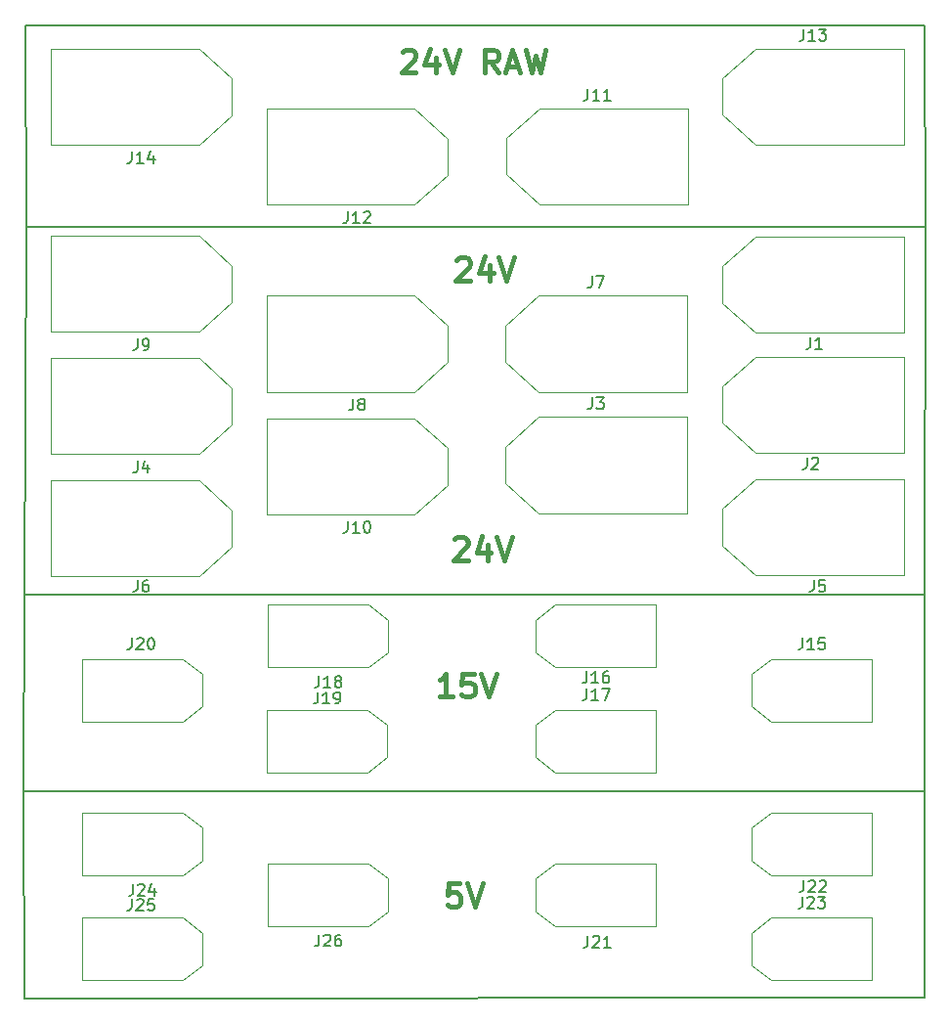
<source format=gbr>
%TF.GenerationSoftware,KiCad,Pcbnew,8.0.4*%
%TF.CreationDate,2024-08-03T01:15:00+02:00*%
%TF.ProjectId,terminal_block,7465726d-696e-4616-9c5f-626c6f636b2e,1*%
%TF.SameCoordinates,Original*%
%TF.FileFunction,Legend,Top*%
%TF.FilePolarity,Positive*%
%FSLAX46Y46*%
G04 Gerber Fmt 4.6, Leading zero omitted, Abs format (unit mm)*
G04 Created by KiCad (PCBNEW 8.0.4) date 2024-08-03 01:15:00*
%MOMM*%
%LPD*%
G01*
G04 APERTURE LIST*
%ADD10C,0.150000*%
%ADD11C,0.400000*%
%ADD12C,0.120000*%
G04 APERTURE END LIST*
D10*
X102100000Y-53700000D02*
X180000000Y-53700000D01*
X102150000Y-71200000D02*
X102100000Y-53700000D01*
X180000000Y-137900000D02*
X102000000Y-138000000D01*
X180000000Y-120000000D02*
X180000000Y-137900000D01*
X101900000Y-120000000D02*
X102000000Y-103000000D01*
X180050000Y-71200000D02*
X180000000Y-103000000D01*
X180000000Y-103000000D02*
X180000000Y-120000000D01*
X102000000Y-138000000D02*
X101900000Y-120000000D01*
X180000000Y-103000000D02*
X102000000Y-103000000D01*
X180000000Y-53700000D02*
X180050000Y-71200000D01*
X180000000Y-120000000D02*
X101900000Y-120000000D01*
X102000000Y-103000000D02*
X102150000Y-71200000D01*
X180050000Y-71200000D02*
X102150000Y-71200000D01*
D11*
X139086966Y-111834438D02*
X137944109Y-111834438D01*
X138515537Y-111834438D02*
X138515537Y-109834438D01*
X138515537Y-109834438D02*
X138325061Y-110120152D01*
X138325061Y-110120152D02*
X138134585Y-110310628D01*
X138134585Y-110310628D02*
X137944109Y-110405866D01*
X140896490Y-109834438D02*
X139944109Y-109834438D01*
X139944109Y-109834438D02*
X139848871Y-110786819D01*
X139848871Y-110786819D02*
X139944109Y-110691580D01*
X139944109Y-110691580D02*
X140134585Y-110596342D01*
X140134585Y-110596342D02*
X140610776Y-110596342D01*
X140610776Y-110596342D02*
X140801252Y-110691580D01*
X140801252Y-110691580D02*
X140896490Y-110786819D01*
X140896490Y-110786819D02*
X140991728Y-110977295D01*
X140991728Y-110977295D02*
X140991728Y-111453485D01*
X140991728Y-111453485D02*
X140896490Y-111643961D01*
X140896490Y-111643961D02*
X140801252Y-111739200D01*
X140801252Y-111739200D02*
X140610776Y-111834438D01*
X140610776Y-111834438D02*
X140134585Y-111834438D01*
X140134585Y-111834438D02*
X139944109Y-111739200D01*
X139944109Y-111739200D02*
X139848871Y-111643961D01*
X141563157Y-109834438D02*
X142229823Y-111834438D01*
X142229823Y-111834438D02*
X142896490Y-109834438D01*
X139691728Y-128034438D02*
X138739347Y-128034438D01*
X138739347Y-128034438D02*
X138644109Y-128986819D01*
X138644109Y-128986819D02*
X138739347Y-128891580D01*
X138739347Y-128891580D02*
X138929823Y-128796342D01*
X138929823Y-128796342D02*
X139406014Y-128796342D01*
X139406014Y-128796342D02*
X139596490Y-128891580D01*
X139596490Y-128891580D02*
X139691728Y-128986819D01*
X139691728Y-128986819D02*
X139786966Y-129177295D01*
X139786966Y-129177295D02*
X139786966Y-129653485D01*
X139786966Y-129653485D02*
X139691728Y-129843961D01*
X139691728Y-129843961D02*
X139596490Y-129939200D01*
X139596490Y-129939200D02*
X139406014Y-130034438D01*
X139406014Y-130034438D02*
X138929823Y-130034438D01*
X138929823Y-130034438D02*
X138739347Y-129939200D01*
X138739347Y-129939200D02*
X138644109Y-129843961D01*
X140358395Y-128034438D02*
X141025061Y-130034438D01*
X141025061Y-130034438D02*
X141691728Y-128034438D01*
X134744109Y-56024914D02*
X134839347Y-55929676D01*
X134839347Y-55929676D02*
X135029823Y-55834438D01*
X135029823Y-55834438D02*
X135506014Y-55834438D01*
X135506014Y-55834438D02*
X135696490Y-55929676D01*
X135696490Y-55929676D02*
X135791728Y-56024914D01*
X135791728Y-56024914D02*
X135886966Y-56215390D01*
X135886966Y-56215390D02*
X135886966Y-56405866D01*
X135886966Y-56405866D02*
X135791728Y-56691580D01*
X135791728Y-56691580D02*
X134648871Y-57834438D01*
X134648871Y-57834438D02*
X135886966Y-57834438D01*
X137601252Y-56501104D02*
X137601252Y-57834438D01*
X137125061Y-55739200D02*
X136648871Y-57167771D01*
X136648871Y-57167771D02*
X137886966Y-57167771D01*
X138363157Y-55834438D02*
X139029823Y-57834438D01*
X139029823Y-57834438D02*
X139696490Y-55834438D01*
X143029824Y-57834438D02*
X142363157Y-56882057D01*
X141886967Y-57834438D02*
X141886967Y-55834438D01*
X141886967Y-55834438D02*
X142648872Y-55834438D01*
X142648872Y-55834438D02*
X142839348Y-55929676D01*
X142839348Y-55929676D02*
X142934586Y-56024914D01*
X142934586Y-56024914D02*
X143029824Y-56215390D01*
X143029824Y-56215390D02*
X143029824Y-56501104D01*
X143029824Y-56501104D02*
X142934586Y-56691580D01*
X142934586Y-56691580D02*
X142839348Y-56786819D01*
X142839348Y-56786819D02*
X142648872Y-56882057D01*
X142648872Y-56882057D02*
X141886967Y-56882057D01*
X143791729Y-57263009D02*
X144744110Y-57263009D01*
X143601253Y-57834438D02*
X144267919Y-55834438D01*
X144267919Y-55834438D02*
X144934586Y-57834438D01*
X145410777Y-55834438D02*
X145886967Y-57834438D01*
X145886967Y-57834438D02*
X146267920Y-56405866D01*
X146267920Y-56405866D02*
X146648872Y-57834438D01*
X146648872Y-57834438D02*
X147125063Y-55834438D01*
X139244109Y-98224914D02*
X139339347Y-98129676D01*
X139339347Y-98129676D02*
X139529823Y-98034438D01*
X139529823Y-98034438D02*
X140006014Y-98034438D01*
X140006014Y-98034438D02*
X140196490Y-98129676D01*
X140196490Y-98129676D02*
X140291728Y-98224914D01*
X140291728Y-98224914D02*
X140386966Y-98415390D01*
X140386966Y-98415390D02*
X140386966Y-98605866D01*
X140386966Y-98605866D02*
X140291728Y-98891580D01*
X140291728Y-98891580D02*
X139148871Y-100034438D01*
X139148871Y-100034438D02*
X140386966Y-100034438D01*
X142101252Y-98701104D02*
X142101252Y-100034438D01*
X141625061Y-97939200D02*
X141148871Y-99367771D01*
X141148871Y-99367771D02*
X142386966Y-99367771D01*
X142863157Y-98034438D02*
X143529823Y-100034438D01*
X143529823Y-100034438D02*
X144196490Y-98034438D01*
X139444109Y-74024914D02*
X139539347Y-73929676D01*
X139539347Y-73929676D02*
X139729823Y-73834438D01*
X139729823Y-73834438D02*
X140206014Y-73834438D01*
X140206014Y-73834438D02*
X140396490Y-73929676D01*
X140396490Y-73929676D02*
X140491728Y-74024914D01*
X140491728Y-74024914D02*
X140586966Y-74215390D01*
X140586966Y-74215390D02*
X140586966Y-74405866D01*
X140586966Y-74405866D02*
X140491728Y-74691580D01*
X140491728Y-74691580D02*
X139348871Y-75834438D01*
X139348871Y-75834438D02*
X140586966Y-75834438D01*
X142301252Y-74501104D02*
X142301252Y-75834438D01*
X141825061Y-73739200D02*
X141348871Y-75167771D01*
X141348871Y-75167771D02*
X142586966Y-75167771D01*
X143063157Y-73834438D02*
X143729823Y-75834438D01*
X143729823Y-75834438D02*
X144396490Y-73834438D01*
D10*
X151166666Y-85954819D02*
X151166666Y-86669104D01*
X151166666Y-86669104D02*
X151119047Y-86811961D01*
X151119047Y-86811961D02*
X151023809Y-86907200D01*
X151023809Y-86907200D02*
X150880952Y-86954819D01*
X150880952Y-86954819D02*
X150785714Y-86954819D01*
X151547619Y-85954819D02*
X152166666Y-85954819D01*
X152166666Y-85954819D02*
X151833333Y-86335771D01*
X151833333Y-86335771D02*
X151976190Y-86335771D01*
X151976190Y-86335771D02*
X152071428Y-86383390D01*
X152071428Y-86383390D02*
X152119047Y-86431009D01*
X152119047Y-86431009D02*
X152166666Y-86526247D01*
X152166666Y-86526247D02*
X152166666Y-86764342D01*
X152166666Y-86764342D02*
X152119047Y-86859580D01*
X152119047Y-86859580D02*
X152071428Y-86907200D01*
X152071428Y-86907200D02*
X151976190Y-86954819D01*
X151976190Y-86954819D02*
X151690476Y-86954819D01*
X151690476Y-86954819D02*
X151595238Y-86907200D01*
X151595238Y-86907200D02*
X151547619Y-86859580D01*
X111766666Y-91454819D02*
X111766666Y-92169104D01*
X111766666Y-92169104D02*
X111719047Y-92311961D01*
X111719047Y-92311961D02*
X111623809Y-92407200D01*
X111623809Y-92407200D02*
X111480952Y-92454819D01*
X111480952Y-92454819D02*
X111385714Y-92454819D01*
X112671428Y-91788152D02*
X112671428Y-92454819D01*
X112433333Y-91407200D02*
X112195238Y-92121485D01*
X112195238Y-92121485D02*
X112814285Y-92121485D01*
X111290476Y-64654819D02*
X111290476Y-65369104D01*
X111290476Y-65369104D02*
X111242857Y-65511961D01*
X111242857Y-65511961D02*
X111147619Y-65607200D01*
X111147619Y-65607200D02*
X111004762Y-65654819D01*
X111004762Y-65654819D02*
X110909524Y-65654819D01*
X112290476Y-65654819D02*
X111719048Y-65654819D01*
X112004762Y-65654819D02*
X112004762Y-64654819D01*
X112004762Y-64654819D02*
X111909524Y-64797676D01*
X111909524Y-64797676D02*
X111814286Y-64892914D01*
X111814286Y-64892914D02*
X111719048Y-64940533D01*
X113147619Y-64988152D02*
X113147619Y-65654819D01*
X112909524Y-64607200D02*
X112671429Y-65321485D01*
X112671429Y-65321485D02*
X113290476Y-65321485D01*
X111390476Y-128054819D02*
X111390476Y-128769104D01*
X111390476Y-128769104D02*
X111342857Y-128911961D01*
X111342857Y-128911961D02*
X111247619Y-129007200D01*
X111247619Y-129007200D02*
X111104762Y-129054819D01*
X111104762Y-129054819D02*
X111009524Y-129054819D01*
X111819048Y-128150057D02*
X111866667Y-128102438D01*
X111866667Y-128102438D02*
X111961905Y-128054819D01*
X111961905Y-128054819D02*
X112200000Y-128054819D01*
X112200000Y-128054819D02*
X112295238Y-128102438D01*
X112295238Y-128102438D02*
X112342857Y-128150057D01*
X112342857Y-128150057D02*
X112390476Y-128245295D01*
X112390476Y-128245295D02*
X112390476Y-128340533D01*
X112390476Y-128340533D02*
X112342857Y-128483390D01*
X112342857Y-128483390D02*
X111771429Y-129054819D01*
X111771429Y-129054819D02*
X112390476Y-129054819D01*
X113247619Y-128388152D02*
X113247619Y-129054819D01*
X113009524Y-128007200D02*
X112771429Y-128721485D01*
X112771429Y-128721485D02*
X113390476Y-128721485D01*
X169490476Y-54054819D02*
X169490476Y-54769104D01*
X169490476Y-54769104D02*
X169442857Y-54911961D01*
X169442857Y-54911961D02*
X169347619Y-55007200D01*
X169347619Y-55007200D02*
X169204762Y-55054819D01*
X169204762Y-55054819D02*
X169109524Y-55054819D01*
X170490476Y-55054819D02*
X169919048Y-55054819D01*
X170204762Y-55054819D02*
X170204762Y-54054819D01*
X170204762Y-54054819D02*
X170109524Y-54197676D01*
X170109524Y-54197676D02*
X170014286Y-54292914D01*
X170014286Y-54292914D02*
X169919048Y-54340533D01*
X170823810Y-54054819D02*
X171442857Y-54054819D01*
X171442857Y-54054819D02*
X171109524Y-54435771D01*
X171109524Y-54435771D02*
X171252381Y-54435771D01*
X171252381Y-54435771D02*
X171347619Y-54483390D01*
X171347619Y-54483390D02*
X171395238Y-54531009D01*
X171395238Y-54531009D02*
X171442857Y-54626247D01*
X171442857Y-54626247D02*
X171442857Y-54864342D01*
X171442857Y-54864342D02*
X171395238Y-54959580D01*
X171395238Y-54959580D02*
X171347619Y-55007200D01*
X171347619Y-55007200D02*
X171252381Y-55054819D01*
X171252381Y-55054819D02*
X170966667Y-55054819D01*
X170966667Y-55054819D02*
X170871429Y-55007200D01*
X170871429Y-55007200D02*
X170823810Y-54959580D01*
X169390476Y-106754819D02*
X169390476Y-107469104D01*
X169390476Y-107469104D02*
X169342857Y-107611961D01*
X169342857Y-107611961D02*
X169247619Y-107707200D01*
X169247619Y-107707200D02*
X169104762Y-107754819D01*
X169104762Y-107754819D02*
X169009524Y-107754819D01*
X170390476Y-107754819D02*
X169819048Y-107754819D01*
X170104762Y-107754819D02*
X170104762Y-106754819D01*
X170104762Y-106754819D02*
X170009524Y-106897676D01*
X170009524Y-106897676D02*
X169914286Y-106992914D01*
X169914286Y-106992914D02*
X169819048Y-107040533D01*
X171295238Y-106754819D02*
X170819048Y-106754819D01*
X170819048Y-106754819D02*
X170771429Y-107231009D01*
X170771429Y-107231009D02*
X170819048Y-107183390D01*
X170819048Y-107183390D02*
X170914286Y-107135771D01*
X170914286Y-107135771D02*
X171152381Y-107135771D01*
X171152381Y-107135771D02*
X171247619Y-107183390D01*
X171247619Y-107183390D02*
X171295238Y-107231009D01*
X171295238Y-107231009D02*
X171342857Y-107326247D01*
X171342857Y-107326247D02*
X171342857Y-107564342D01*
X171342857Y-107564342D02*
X171295238Y-107659580D01*
X171295238Y-107659580D02*
X171247619Y-107707200D01*
X171247619Y-107707200D02*
X171152381Y-107754819D01*
X171152381Y-107754819D02*
X170914286Y-107754819D01*
X170914286Y-107754819D02*
X170819048Y-107707200D01*
X170819048Y-107707200D02*
X170771429Y-107659580D01*
X129990476Y-96654819D02*
X129990476Y-97369104D01*
X129990476Y-97369104D02*
X129942857Y-97511961D01*
X129942857Y-97511961D02*
X129847619Y-97607200D01*
X129847619Y-97607200D02*
X129704762Y-97654819D01*
X129704762Y-97654819D02*
X129609524Y-97654819D01*
X130990476Y-97654819D02*
X130419048Y-97654819D01*
X130704762Y-97654819D02*
X130704762Y-96654819D01*
X130704762Y-96654819D02*
X130609524Y-96797676D01*
X130609524Y-96797676D02*
X130514286Y-96892914D01*
X130514286Y-96892914D02*
X130419048Y-96940533D01*
X131609524Y-96654819D02*
X131704762Y-96654819D01*
X131704762Y-96654819D02*
X131800000Y-96702438D01*
X131800000Y-96702438D02*
X131847619Y-96750057D01*
X131847619Y-96750057D02*
X131895238Y-96845295D01*
X131895238Y-96845295D02*
X131942857Y-97035771D01*
X131942857Y-97035771D02*
X131942857Y-97273866D01*
X131942857Y-97273866D02*
X131895238Y-97464342D01*
X131895238Y-97464342D02*
X131847619Y-97559580D01*
X131847619Y-97559580D02*
X131800000Y-97607200D01*
X131800000Y-97607200D02*
X131704762Y-97654819D01*
X131704762Y-97654819D02*
X131609524Y-97654819D01*
X131609524Y-97654819D02*
X131514286Y-97607200D01*
X131514286Y-97607200D02*
X131466667Y-97559580D01*
X131466667Y-97559580D02*
X131419048Y-97464342D01*
X131419048Y-97464342D02*
X131371429Y-97273866D01*
X131371429Y-97273866D02*
X131371429Y-97035771D01*
X131371429Y-97035771D02*
X131419048Y-96845295D01*
X131419048Y-96845295D02*
X131466667Y-96750057D01*
X131466667Y-96750057D02*
X131514286Y-96702438D01*
X131514286Y-96702438D02*
X131609524Y-96654819D01*
X111290476Y-106754819D02*
X111290476Y-107469104D01*
X111290476Y-107469104D02*
X111242857Y-107611961D01*
X111242857Y-107611961D02*
X111147619Y-107707200D01*
X111147619Y-107707200D02*
X111004762Y-107754819D01*
X111004762Y-107754819D02*
X110909524Y-107754819D01*
X111719048Y-106850057D02*
X111766667Y-106802438D01*
X111766667Y-106802438D02*
X111861905Y-106754819D01*
X111861905Y-106754819D02*
X112100000Y-106754819D01*
X112100000Y-106754819D02*
X112195238Y-106802438D01*
X112195238Y-106802438D02*
X112242857Y-106850057D01*
X112242857Y-106850057D02*
X112290476Y-106945295D01*
X112290476Y-106945295D02*
X112290476Y-107040533D01*
X112290476Y-107040533D02*
X112242857Y-107183390D01*
X112242857Y-107183390D02*
X111671429Y-107754819D01*
X111671429Y-107754819D02*
X112290476Y-107754819D01*
X112909524Y-106754819D02*
X113004762Y-106754819D01*
X113004762Y-106754819D02*
X113100000Y-106802438D01*
X113100000Y-106802438D02*
X113147619Y-106850057D01*
X113147619Y-106850057D02*
X113195238Y-106945295D01*
X113195238Y-106945295D02*
X113242857Y-107135771D01*
X113242857Y-107135771D02*
X113242857Y-107373866D01*
X113242857Y-107373866D02*
X113195238Y-107564342D01*
X113195238Y-107564342D02*
X113147619Y-107659580D01*
X113147619Y-107659580D02*
X113100000Y-107707200D01*
X113100000Y-107707200D02*
X113004762Y-107754819D01*
X113004762Y-107754819D02*
X112909524Y-107754819D01*
X112909524Y-107754819D02*
X112814286Y-107707200D01*
X112814286Y-107707200D02*
X112766667Y-107659580D01*
X112766667Y-107659580D02*
X112719048Y-107564342D01*
X112719048Y-107564342D02*
X112671429Y-107373866D01*
X112671429Y-107373866D02*
X112671429Y-107135771D01*
X112671429Y-107135771D02*
X112719048Y-106945295D01*
X112719048Y-106945295D02*
X112766667Y-106850057D01*
X112766667Y-106850057D02*
X112814286Y-106802438D01*
X112814286Y-106802438D02*
X112909524Y-106754819D01*
X169390476Y-129154819D02*
X169390476Y-129869104D01*
X169390476Y-129869104D02*
X169342857Y-130011961D01*
X169342857Y-130011961D02*
X169247619Y-130107200D01*
X169247619Y-130107200D02*
X169104762Y-130154819D01*
X169104762Y-130154819D02*
X169009524Y-130154819D01*
X169819048Y-129250057D02*
X169866667Y-129202438D01*
X169866667Y-129202438D02*
X169961905Y-129154819D01*
X169961905Y-129154819D02*
X170200000Y-129154819D01*
X170200000Y-129154819D02*
X170295238Y-129202438D01*
X170295238Y-129202438D02*
X170342857Y-129250057D01*
X170342857Y-129250057D02*
X170390476Y-129345295D01*
X170390476Y-129345295D02*
X170390476Y-129440533D01*
X170390476Y-129440533D02*
X170342857Y-129583390D01*
X170342857Y-129583390D02*
X169771429Y-130154819D01*
X169771429Y-130154819D02*
X170390476Y-130154819D01*
X170723810Y-129154819D02*
X171342857Y-129154819D01*
X171342857Y-129154819D02*
X171009524Y-129535771D01*
X171009524Y-129535771D02*
X171152381Y-129535771D01*
X171152381Y-129535771D02*
X171247619Y-129583390D01*
X171247619Y-129583390D02*
X171295238Y-129631009D01*
X171295238Y-129631009D02*
X171342857Y-129726247D01*
X171342857Y-129726247D02*
X171342857Y-129964342D01*
X171342857Y-129964342D02*
X171295238Y-130059580D01*
X171295238Y-130059580D02*
X171247619Y-130107200D01*
X171247619Y-130107200D02*
X171152381Y-130154819D01*
X171152381Y-130154819D02*
X170866667Y-130154819D01*
X170866667Y-130154819D02*
X170771429Y-130107200D01*
X170771429Y-130107200D02*
X170723810Y-130059580D01*
X169490476Y-127754819D02*
X169490476Y-128469104D01*
X169490476Y-128469104D02*
X169442857Y-128611961D01*
X169442857Y-128611961D02*
X169347619Y-128707200D01*
X169347619Y-128707200D02*
X169204762Y-128754819D01*
X169204762Y-128754819D02*
X169109524Y-128754819D01*
X169919048Y-127850057D02*
X169966667Y-127802438D01*
X169966667Y-127802438D02*
X170061905Y-127754819D01*
X170061905Y-127754819D02*
X170300000Y-127754819D01*
X170300000Y-127754819D02*
X170395238Y-127802438D01*
X170395238Y-127802438D02*
X170442857Y-127850057D01*
X170442857Y-127850057D02*
X170490476Y-127945295D01*
X170490476Y-127945295D02*
X170490476Y-128040533D01*
X170490476Y-128040533D02*
X170442857Y-128183390D01*
X170442857Y-128183390D02*
X169871429Y-128754819D01*
X169871429Y-128754819D02*
X170490476Y-128754819D01*
X170871429Y-127850057D02*
X170919048Y-127802438D01*
X170919048Y-127802438D02*
X171014286Y-127754819D01*
X171014286Y-127754819D02*
X171252381Y-127754819D01*
X171252381Y-127754819D02*
X171347619Y-127802438D01*
X171347619Y-127802438D02*
X171395238Y-127850057D01*
X171395238Y-127850057D02*
X171442857Y-127945295D01*
X171442857Y-127945295D02*
X171442857Y-128040533D01*
X171442857Y-128040533D02*
X171395238Y-128183390D01*
X171395238Y-128183390D02*
X170823810Y-128754819D01*
X170823810Y-128754819D02*
X171442857Y-128754819D01*
X151166666Y-75454819D02*
X151166666Y-76169104D01*
X151166666Y-76169104D02*
X151119047Y-76311961D01*
X151119047Y-76311961D02*
X151023809Y-76407200D01*
X151023809Y-76407200D02*
X150880952Y-76454819D01*
X150880952Y-76454819D02*
X150785714Y-76454819D01*
X151547619Y-75454819D02*
X152214285Y-75454819D01*
X152214285Y-75454819D02*
X151785714Y-76454819D01*
X111290476Y-129354819D02*
X111290476Y-130069104D01*
X111290476Y-130069104D02*
X111242857Y-130211961D01*
X111242857Y-130211961D02*
X111147619Y-130307200D01*
X111147619Y-130307200D02*
X111004762Y-130354819D01*
X111004762Y-130354819D02*
X110909524Y-130354819D01*
X111719048Y-129450057D02*
X111766667Y-129402438D01*
X111766667Y-129402438D02*
X111861905Y-129354819D01*
X111861905Y-129354819D02*
X112100000Y-129354819D01*
X112100000Y-129354819D02*
X112195238Y-129402438D01*
X112195238Y-129402438D02*
X112242857Y-129450057D01*
X112242857Y-129450057D02*
X112290476Y-129545295D01*
X112290476Y-129545295D02*
X112290476Y-129640533D01*
X112290476Y-129640533D02*
X112242857Y-129783390D01*
X112242857Y-129783390D02*
X111671429Y-130354819D01*
X111671429Y-130354819D02*
X112290476Y-130354819D01*
X113195238Y-129354819D02*
X112719048Y-129354819D01*
X112719048Y-129354819D02*
X112671429Y-129831009D01*
X112671429Y-129831009D02*
X112719048Y-129783390D01*
X112719048Y-129783390D02*
X112814286Y-129735771D01*
X112814286Y-129735771D02*
X113052381Y-129735771D01*
X113052381Y-129735771D02*
X113147619Y-129783390D01*
X113147619Y-129783390D02*
X113195238Y-129831009D01*
X113195238Y-129831009D02*
X113242857Y-129926247D01*
X113242857Y-129926247D02*
X113242857Y-130164342D01*
X113242857Y-130164342D02*
X113195238Y-130259580D01*
X113195238Y-130259580D02*
X113147619Y-130307200D01*
X113147619Y-130307200D02*
X113052381Y-130354819D01*
X113052381Y-130354819D02*
X112814286Y-130354819D01*
X112814286Y-130354819D02*
X112719048Y-130307200D01*
X112719048Y-130307200D02*
X112671429Y-130259580D01*
X111766666Y-80854819D02*
X111766666Y-81569104D01*
X111766666Y-81569104D02*
X111719047Y-81711961D01*
X111719047Y-81711961D02*
X111623809Y-81807200D01*
X111623809Y-81807200D02*
X111480952Y-81854819D01*
X111480952Y-81854819D02*
X111385714Y-81854819D01*
X112290476Y-81854819D02*
X112480952Y-81854819D01*
X112480952Y-81854819D02*
X112576190Y-81807200D01*
X112576190Y-81807200D02*
X112623809Y-81759580D01*
X112623809Y-81759580D02*
X112719047Y-81616723D01*
X112719047Y-81616723D02*
X112766666Y-81426247D01*
X112766666Y-81426247D02*
X112766666Y-81045295D01*
X112766666Y-81045295D02*
X112719047Y-80950057D01*
X112719047Y-80950057D02*
X112671428Y-80902438D01*
X112671428Y-80902438D02*
X112576190Y-80854819D01*
X112576190Y-80854819D02*
X112385714Y-80854819D01*
X112385714Y-80854819D02*
X112290476Y-80902438D01*
X112290476Y-80902438D02*
X112242857Y-80950057D01*
X112242857Y-80950057D02*
X112195238Y-81045295D01*
X112195238Y-81045295D02*
X112195238Y-81283390D01*
X112195238Y-81283390D02*
X112242857Y-81378628D01*
X112242857Y-81378628D02*
X112290476Y-81426247D01*
X112290476Y-81426247D02*
X112385714Y-81473866D01*
X112385714Y-81473866D02*
X112576190Y-81473866D01*
X112576190Y-81473866D02*
X112671428Y-81426247D01*
X112671428Y-81426247D02*
X112719047Y-81378628D01*
X112719047Y-81378628D02*
X112766666Y-81283390D01*
X170066666Y-80754819D02*
X170066666Y-81469104D01*
X170066666Y-81469104D02*
X170019047Y-81611961D01*
X170019047Y-81611961D02*
X169923809Y-81707200D01*
X169923809Y-81707200D02*
X169780952Y-81754819D01*
X169780952Y-81754819D02*
X169685714Y-81754819D01*
X171066666Y-81754819D02*
X170495238Y-81754819D01*
X170780952Y-81754819D02*
X170780952Y-80754819D01*
X170780952Y-80754819D02*
X170685714Y-80897676D01*
X170685714Y-80897676D02*
X170590476Y-80992914D01*
X170590476Y-80992914D02*
X170495238Y-81040533D01*
X150790476Y-59254819D02*
X150790476Y-59969104D01*
X150790476Y-59969104D02*
X150742857Y-60111961D01*
X150742857Y-60111961D02*
X150647619Y-60207200D01*
X150647619Y-60207200D02*
X150504762Y-60254819D01*
X150504762Y-60254819D02*
X150409524Y-60254819D01*
X151790476Y-60254819D02*
X151219048Y-60254819D01*
X151504762Y-60254819D02*
X151504762Y-59254819D01*
X151504762Y-59254819D02*
X151409524Y-59397676D01*
X151409524Y-59397676D02*
X151314286Y-59492914D01*
X151314286Y-59492914D02*
X151219048Y-59540533D01*
X152742857Y-60254819D02*
X152171429Y-60254819D01*
X152457143Y-60254819D02*
X152457143Y-59254819D01*
X152457143Y-59254819D02*
X152361905Y-59397676D01*
X152361905Y-59397676D02*
X152266667Y-59492914D01*
X152266667Y-59492914D02*
X152171429Y-59540533D01*
X129990476Y-69854819D02*
X129990476Y-70569104D01*
X129990476Y-70569104D02*
X129942857Y-70711961D01*
X129942857Y-70711961D02*
X129847619Y-70807200D01*
X129847619Y-70807200D02*
X129704762Y-70854819D01*
X129704762Y-70854819D02*
X129609524Y-70854819D01*
X130990476Y-70854819D02*
X130419048Y-70854819D01*
X130704762Y-70854819D02*
X130704762Y-69854819D01*
X130704762Y-69854819D02*
X130609524Y-69997676D01*
X130609524Y-69997676D02*
X130514286Y-70092914D01*
X130514286Y-70092914D02*
X130419048Y-70140533D01*
X131371429Y-69950057D02*
X131419048Y-69902438D01*
X131419048Y-69902438D02*
X131514286Y-69854819D01*
X131514286Y-69854819D02*
X131752381Y-69854819D01*
X131752381Y-69854819D02*
X131847619Y-69902438D01*
X131847619Y-69902438D02*
X131895238Y-69950057D01*
X131895238Y-69950057D02*
X131942857Y-70045295D01*
X131942857Y-70045295D02*
X131942857Y-70140533D01*
X131942857Y-70140533D02*
X131895238Y-70283390D01*
X131895238Y-70283390D02*
X131323810Y-70854819D01*
X131323810Y-70854819D02*
X131942857Y-70854819D01*
X130466666Y-86054819D02*
X130466666Y-86769104D01*
X130466666Y-86769104D02*
X130419047Y-86911961D01*
X130419047Y-86911961D02*
X130323809Y-87007200D01*
X130323809Y-87007200D02*
X130180952Y-87054819D01*
X130180952Y-87054819D02*
X130085714Y-87054819D01*
X131085714Y-86483390D02*
X130990476Y-86435771D01*
X130990476Y-86435771D02*
X130942857Y-86388152D01*
X130942857Y-86388152D02*
X130895238Y-86292914D01*
X130895238Y-86292914D02*
X130895238Y-86245295D01*
X130895238Y-86245295D02*
X130942857Y-86150057D01*
X130942857Y-86150057D02*
X130990476Y-86102438D01*
X130990476Y-86102438D02*
X131085714Y-86054819D01*
X131085714Y-86054819D02*
X131276190Y-86054819D01*
X131276190Y-86054819D02*
X131371428Y-86102438D01*
X131371428Y-86102438D02*
X131419047Y-86150057D01*
X131419047Y-86150057D02*
X131466666Y-86245295D01*
X131466666Y-86245295D02*
X131466666Y-86292914D01*
X131466666Y-86292914D02*
X131419047Y-86388152D01*
X131419047Y-86388152D02*
X131371428Y-86435771D01*
X131371428Y-86435771D02*
X131276190Y-86483390D01*
X131276190Y-86483390D02*
X131085714Y-86483390D01*
X131085714Y-86483390D02*
X130990476Y-86531009D01*
X130990476Y-86531009D02*
X130942857Y-86578628D01*
X130942857Y-86578628D02*
X130895238Y-86673866D01*
X130895238Y-86673866D02*
X130895238Y-86864342D01*
X130895238Y-86864342D02*
X130942857Y-86959580D01*
X130942857Y-86959580D02*
X130990476Y-87007200D01*
X130990476Y-87007200D02*
X131085714Y-87054819D01*
X131085714Y-87054819D02*
X131276190Y-87054819D01*
X131276190Y-87054819D02*
X131371428Y-87007200D01*
X131371428Y-87007200D02*
X131419047Y-86959580D01*
X131419047Y-86959580D02*
X131466666Y-86864342D01*
X131466666Y-86864342D02*
X131466666Y-86673866D01*
X131466666Y-86673866D02*
X131419047Y-86578628D01*
X131419047Y-86578628D02*
X131371428Y-86531009D01*
X131371428Y-86531009D02*
X131276190Y-86483390D01*
X127490476Y-132454819D02*
X127490476Y-133169104D01*
X127490476Y-133169104D02*
X127442857Y-133311961D01*
X127442857Y-133311961D02*
X127347619Y-133407200D01*
X127347619Y-133407200D02*
X127204762Y-133454819D01*
X127204762Y-133454819D02*
X127109524Y-133454819D01*
X127919048Y-132550057D02*
X127966667Y-132502438D01*
X127966667Y-132502438D02*
X128061905Y-132454819D01*
X128061905Y-132454819D02*
X128300000Y-132454819D01*
X128300000Y-132454819D02*
X128395238Y-132502438D01*
X128395238Y-132502438D02*
X128442857Y-132550057D01*
X128442857Y-132550057D02*
X128490476Y-132645295D01*
X128490476Y-132645295D02*
X128490476Y-132740533D01*
X128490476Y-132740533D02*
X128442857Y-132883390D01*
X128442857Y-132883390D02*
X127871429Y-133454819D01*
X127871429Y-133454819D02*
X128490476Y-133454819D01*
X129347619Y-132454819D02*
X129157143Y-132454819D01*
X129157143Y-132454819D02*
X129061905Y-132502438D01*
X129061905Y-132502438D02*
X129014286Y-132550057D01*
X129014286Y-132550057D02*
X128919048Y-132692914D01*
X128919048Y-132692914D02*
X128871429Y-132883390D01*
X128871429Y-132883390D02*
X128871429Y-133264342D01*
X128871429Y-133264342D02*
X128919048Y-133359580D01*
X128919048Y-133359580D02*
X128966667Y-133407200D01*
X128966667Y-133407200D02*
X129061905Y-133454819D01*
X129061905Y-133454819D02*
X129252381Y-133454819D01*
X129252381Y-133454819D02*
X129347619Y-133407200D01*
X129347619Y-133407200D02*
X129395238Y-133359580D01*
X129395238Y-133359580D02*
X129442857Y-133264342D01*
X129442857Y-133264342D02*
X129442857Y-133026247D01*
X129442857Y-133026247D02*
X129395238Y-132931009D01*
X129395238Y-132931009D02*
X129347619Y-132883390D01*
X129347619Y-132883390D02*
X129252381Y-132835771D01*
X129252381Y-132835771D02*
X129061905Y-132835771D01*
X129061905Y-132835771D02*
X128966667Y-132883390D01*
X128966667Y-132883390D02*
X128919048Y-132931009D01*
X128919048Y-132931009D02*
X128871429Y-133026247D01*
X150690476Y-111154819D02*
X150690476Y-111869104D01*
X150690476Y-111869104D02*
X150642857Y-112011961D01*
X150642857Y-112011961D02*
X150547619Y-112107200D01*
X150547619Y-112107200D02*
X150404762Y-112154819D01*
X150404762Y-112154819D02*
X150309524Y-112154819D01*
X151690476Y-112154819D02*
X151119048Y-112154819D01*
X151404762Y-112154819D02*
X151404762Y-111154819D01*
X151404762Y-111154819D02*
X151309524Y-111297676D01*
X151309524Y-111297676D02*
X151214286Y-111392914D01*
X151214286Y-111392914D02*
X151119048Y-111440533D01*
X152023810Y-111154819D02*
X152690476Y-111154819D01*
X152690476Y-111154819D02*
X152261905Y-112154819D01*
X127490476Y-110054819D02*
X127490476Y-110769104D01*
X127490476Y-110769104D02*
X127442857Y-110911961D01*
X127442857Y-110911961D02*
X127347619Y-111007200D01*
X127347619Y-111007200D02*
X127204762Y-111054819D01*
X127204762Y-111054819D02*
X127109524Y-111054819D01*
X128490476Y-111054819D02*
X127919048Y-111054819D01*
X128204762Y-111054819D02*
X128204762Y-110054819D01*
X128204762Y-110054819D02*
X128109524Y-110197676D01*
X128109524Y-110197676D02*
X128014286Y-110292914D01*
X128014286Y-110292914D02*
X127919048Y-110340533D01*
X129061905Y-110483390D02*
X128966667Y-110435771D01*
X128966667Y-110435771D02*
X128919048Y-110388152D01*
X128919048Y-110388152D02*
X128871429Y-110292914D01*
X128871429Y-110292914D02*
X128871429Y-110245295D01*
X128871429Y-110245295D02*
X128919048Y-110150057D01*
X128919048Y-110150057D02*
X128966667Y-110102438D01*
X128966667Y-110102438D02*
X129061905Y-110054819D01*
X129061905Y-110054819D02*
X129252381Y-110054819D01*
X129252381Y-110054819D02*
X129347619Y-110102438D01*
X129347619Y-110102438D02*
X129395238Y-110150057D01*
X129395238Y-110150057D02*
X129442857Y-110245295D01*
X129442857Y-110245295D02*
X129442857Y-110292914D01*
X129442857Y-110292914D02*
X129395238Y-110388152D01*
X129395238Y-110388152D02*
X129347619Y-110435771D01*
X129347619Y-110435771D02*
X129252381Y-110483390D01*
X129252381Y-110483390D02*
X129061905Y-110483390D01*
X129061905Y-110483390D02*
X128966667Y-110531009D01*
X128966667Y-110531009D02*
X128919048Y-110578628D01*
X128919048Y-110578628D02*
X128871429Y-110673866D01*
X128871429Y-110673866D02*
X128871429Y-110864342D01*
X128871429Y-110864342D02*
X128919048Y-110959580D01*
X128919048Y-110959580D02*
X128966667Y-111007200D01*
X128966667Y-111007200D02*
X129061905Y-111054819D01*
X129061905Y-111054819D02*
X129252381Y-111054819D01*
X129252381Y-111054819D02*
X129347619Y-111007200D01*
X129347619Y-111007200D02*
X129395238Y-110959580D01*
X129395238Y-110959580D02*
X129442857Y-110864342D01*
X129442857Y-110864342D02*
X129442857Y-110673866D01*
X129442857Y-110673866D02*
X129395238Y-110578628D01*
X129395238Y-110578628D02*
X129347619Y-110531009D01*
X129347619Y-110531009D02*
X129252381Y-110483390D01*
X150790476Y-132554819D02*
X150790476Y-133269104D01*
X150790476Y-133269104D02*
X150742857Y-133411961D01*
X150742857Y-133411961D02*
X150647619Y-133507200D01*
X150647619Y-133507200D02*
X150504762Y-133554819D01*
X150504762Y-133554819D02*
X150409524Y-133554819D01*
X151219048Y-132650057D02*
X151266667Y-132602438D01*
X151266667Y-132602438D02*
X151361905Y-132554819D01*
X151361905Y-132554819D02*
X151600000Y-132554819D01*
X151600000Y-132554819D02*
X151695238Y-132602438D01*
X151695238Y-132602438D02*
X151742857Y-132650057D01*
X151742857Y-132650057D02*
X151790476Y-132745295D01*
X151790476Y-132745295D02*
X151790476Y-132840533D01*
X151790476Y-132840533D02*
X151742857Y-132983390D01*
X151742857Y-132983390D02*
X151171429Y-133554819D01*
X151171429Y-133554819D02*
X151790476Y-133554819D01*
X152742857Y-133554819D02*
X152171429Y-133554819D01*
X152457143Y-133554819D02*
X152457143Y-132554819D01*
X152457143Y-132554819D02*
X152361905Y-132697676D01*
X152361905Y-132697676D02*
X152266667Y-132792914D01*
X152266667Y-132792914D02*
X152171429Y-132840533D01*
X127390476Y-111454819D02*
X127390476Y-112169104D01*
X127390476Y-112169104D02*
X127342857Y-112311961D01*
X127342857Y-112311961D02*
X127247619Y-112407200D01*
X127247619Y-112407200D02*
X127104762Y-112454819D01*
X127104762Y-112454819D02*
X127009524Y-112454819D01*
X128390476Y-112454819D02*
X127819048Y-112454819D01*
X128104762Y-112454819D02*
X128104762Y-111454819D01*
X128104762Y-111454819D02*
X128009524Y-111597676D01*
X128009524Y-111597676D02*
X127914286Y-111692914D01*
X127914286Y-111692914D02*
X127819048Y-111740533D01*
X128866667Y-112454819D02*
X129057143Y-112454819D01*
X129057143Y-112454819D02*
X129152381Y-112407200D01*
X129152381Y-112407200D02*
X129200000Y-112359580D01*
X129200000Y-112359580D02*
X129295238Y-112216723D01*
X129295238Y-112216723D02*
X129342857Y-112026247D01*
X129342857Y-112026247D02*
X129342857Y-111645295D01*
X129342857Y-111645295D02*
X129295238Y-111550057D01*
X129295238Y-111550057D02*
X129247619Y-111502438D01*
X129247619Y-111502438D02*
X129152381Y-111454819D01*
X129152381Y-111454819D02*
X128961905Y-111454819D01*
X128961905Y-111454819D02*
X128866667Y-111502438D01*
X128866667Y-111502438D02*
X128819048Y-111550057D01*
X128819048Y-111550057D02*
X128771429Y-111645295D01*
X128771429Y-111645295D02*
X128771429Y-111883390D01*
X128771429Y-111883390D02*
X128819048Y-111978628D01*
X128819048Y-111978628D02*
X128866667Y-112026247D01*
X128866667Y-112026247D02*
X128961905Y-112073866D01*
X128961905Y-112073866D02*
X129152381Y-112073866D01*
X129152381Y-112073866D02*
X129247619Y-112026247D01*
X129247619Y-112026247D02*
X129295238Y-111978628D01*
X129295238Y-111978628D02*
X129342857Y-111883390D01*
X150690476Y-109654819D02*
X150690476Y-110369104D01*
X150690476Y-110369104D02*
X150642857Y-110511961D01*
X150642857Y-110511961D02*
X150547619Y-110607200D01*
X150547619Y-110607200D02*
X150404762Y-110654819D01*
X150404762Y-110654819D02*
X150309524Y-110654819D01*
X151690476Y-110654819D02*
X151119048Y-110654819D01*
X151404762Y-110654819D02*
X151404762Y-109654819D01*
X151404762Y-109654819D02*
X151309524Y-109797676D01*
X151309524Y-109797676D02*
X151214286Y-109892914D01*
X151214286Y-109892914D02*
X151119048Y-109940533D01*
X152547619Y-109654819D02*
X152357143Y-109654819D01*
X152357143Y-109654819D02*
X152261905Y-109702438D01*
X152261905Y-109702438D02*
X152214286Y-109750057D01*
X152214286Y-109750057D02*
X152119048Y-109892914D01*
X152119048Y-109892914D02*
X152071429Y-110083390D01*
X152071429Y-110083390D02*
X152071429Y-110464342D01*
X152071429Y-110464342D02*
X152119048Y-110559580D01*
X152119048Y-110559580D02*
X152166667Y-110607200D01*
X152166667Y-110607200D02*
X152261905Y-110654819D01*
X152261905Y-110654819D02*
X152452381Y-110654819D01*
X152452381Y-110654819D02*
X152547619Y-110607200D01*
X152547619Y-110607200D02*
X152595238Y-110559580D01*
X152595238Y-110559580D02*
X152642857Y-110464342D01*
X152642857Y-110464342D02*
X152642857Y-110226247D01*
X152642857Y-110226247D02*
X152595238Y-110131009D01*
X152595238Y-110131009D02*
X152547619Y-110083390D01*
X152547619Y-110083390D02*
X152452381Y-110035771D01*
X152452381Y-110035771D02*
X152261905Y-110035771D01*
X152261905Y-110035771D02*
X152166667Y-110083390D01*
X152166667Y-110083390D02*
X152119048Y-110131009D01*
X152119048Y-110131009D02*
X152071429Y-110226247D01*
X111766666Y-101754819D02*
X111766666Y-102469104D01*
X111766666Y-102469104D02*
X111719047Y-102611961D01*
X111719047Y-102611961D02*
X111623809Y-102707200D01*
X111623809Y-102707200D02*
X111480952Y-102754819D01*
X111480952Y-102754819D02*
X111385714Y-102754819D01*
X112671428Y-101754819D02*
X112480952Y-101754819D01*
X112480952Y-101754819D02*
X112385714Y-101802438D01*
X112385714Y-101802438D02*
X112338095Y-101850057D01*
X112338095Y-101850057D02*
X112242857Y-101992914D01*
X112242857Y-101992914D02*
X112195238Y-102183390D01*
X112195238Y-102183390D02*
X112195238Y-102564342D01*
X112195238Y-102564342D02*
X112242857Y-102659580D01*
X112242857Y-102659580D02*
X112290476Y-102707200D01*
X112290476Y-102707200D02*
X112385714Y-102754819D01*
X112385714Y-102754819D02*
X112576190Y-102754819D01*
X112576190Y-102754819D02*
X112671428Y-102707200D01*
X112671428Y-102707200D02*
X112719047Y-102659580D01*
X112719047Y-102659580D02*
X112766666Y-102564342D01*
X112766666Y-102564342D02*
X112766666Y-102326247D01*
X112766666Y-102326247D02*
X112719047Y-102231009D01*
X112719047Y-102231009D02*
X112671428Y-102183390D01*
X112671428Y-102183390D02*
X112576190Y-102135771D01*
X112576190Y-102135771D02*
X112385714Y-102135771D01*
X112385714Y-102135771D02*
X112290476Y-102183390D01*
X112290476Y-102183390D02*
X112242857Y-102231009D01*
X112242857Y-102231009D02*
X112195238Y-102326247D01*
X170366666Y-101754819D02*
X170366666Y-102469104D01*
X170366666Y-102469104D02*
X170319047Y-102611961D01*
X170319047Y-102611961D02*
X170223809Y-102707200D01*
X170223809Y-102707200D02*
X170080952Y-102754819D01*
X170080952Y-102754819D02*
X169985714Y-102754819D01*
X171319047Y-101754819D02*
X170842857Y-101754819D01*
X170842857Y-101754819D02*
X170795238Y-102231009D01*
X170795238Y-102231009D02*
X170842857Y-102183390D01*
X170842857Y-102183390D02*
X170938095Y-102135771D01*
X170938095Y-102135771D02*
X171176190Y-102135771D01*
X171176190Y-102135771D02*
X171271428Y-102183390D01*
X171271428Y-102183390D02*
X171319047Y-102231009D01*
X171319047Y-102231009D02*
X171366666Y-102326247D01*
X171366666Y-102326247D02*
X171366666Y-102564342D01*
X171366666Y-102564342D02*
X171319047Y-102659580D01*
X171319047Y-102659580D02*
X171271428Y-102707200D01*
X171271428Y-102707200D02*
X171176190Y-102754819D01*
X171176190Y-102754819D02*
X170938095Y-102754819D01*
X170938095Y-102754819D02*
X170842857Y-102707200D01*
X170842857Y-102707200D02*
X170795238Y-102659580D01*
X169766666Y-91154819D02*
X169766666Y-91869104D01*
X169766666Y-91869104D02*
X169719047Y-92011961D01*
X169719047Y-92011961D02*
X169623809Y-92107200D01*
X169623809Y-92107200D02*
X169480952Y-92154819D01*
X169480952Y-92154819D02*
X169385714Y-92154819D01*
X170195238Y-91250057D02*
X170242857Y-91202438D01*
X170242857Y-91202438D02*
X170338095Y-91154819D01*
X170338095Y-91154819D02*
X170576190Y-91154819D01*
X170576190Y-91154819D02*
X170671428Y-91202438D01*
X170671428Y-91202438D02*
X170719047Y-91250057D01*
X170719047Y-91250057D02*
X170766666Y-91345295D01*
X170766666Y-91345295D02*
X170766666Y-91440533D01*
X170766666Y-91440533D02*
X170719047Y-91583390D01*
X170719047Y-91583390D02*
X170147619Y-92154819D01*
X170147619Y-92154819D02*
X170766666Y-92154819D01*
D12*
%TO.C,J3*%
X143650000Y-90200000D02*
X143650000Y-93350000D01*
X143650000Y-93350000D02*
X146500000Y-95950000D01*
X146500000Y-87650000D02*
X143650000Y-90200000D01*
X146500000Y-95950000D02*
X159350000Y-95950000D01*
X159350000Y-87650000D02*
X146500000Y-87650000D01*
X159350000Y-95950000D02*
X159350000Y-87650000D01*
%TO.C,J4*%
X104250000Y-82550000D02*
X104250000Y-90850000D01*
X104250000Y-90850000D02*
X117100000Y-90850000D01*
X117100000Y-82550000D02*
X104250000Y-82550000D01*
X117100000Y-90850000D02*
X119950000Y-88300000D01*
X119950000Y-85150000D02*
X117100000Y-82550000D01*
X119950000Y-88300000D02*
X119950000Y-85150000D01*
%TO.C,J14*%
X104250000Y-55750000D02*
X104250000Y-64050000D01*
X104250000Y-64050000D02*
X117100000Y-64050000D01*
X117100000Y-55750000D02*
X104250000Y-55750000D01*
X117100000Y-64050000D02*
X119950000Y-61500000D01*
X119950000Y-58350000D02*
X117100000Y-55750000D01*
X119950000Y-61500000D02*
X119950000Y-58350000D01*
%TO.C,J24*%
X106990000Y-127310000D02*
X106990000Y-121890000D01*
X115710000Y-121890000D02*
X106990000Y-121890000D01*
X115710000Y-127310000D02*
X106990000Y-127310000D01*
X117410000Y-123190000D02*
X115710000Y-121890000D01*
X117410000Y-126010000D02*
X115710000Y-127310000D01*
X117410000Y-126010000D02*
X117410000Y-123190000D01*
%TO.C,J13*%
X162450000Y-58300000D02*
X162450000Y-61450000D01*
X162450000Y-61450000D02*
X165300000Y-64050000D01*
X165300000Y-55750000D02*
X162450000Y-58300000D01*
X165300000Y-64050000D02*
X178150000Y-64050000D01*
X178150000Y-55750000D02*
X165300000Y-55750000D01*
X178150000Y-64050000D02*
X178150000Y-55750000D01*
%TO.C,J15*%
X164990000Y-109890000D02*
X164990000Y-112710000D01*
X164990000Y-109890000D02*
X166690000Y-108590000D01*
X164990000Y-112710000D02*
X166690000Y-114010000D01*
X166690000Y-108590000D02*
X175410000Y-108590000D01*
X166690000Y-114010000D02*
X175410000Y-114010000D01*
X175410000Y-108590000D02*
X175410000Y-114010000D01*
%TO.C,J10*%
X122950000Y-87750000D02*
X122950000Y-96050000D01*
X122950000Y-96050000D02*
X135800000Y-96050000D01*
X135800000Y-87750000D02*
X122950000Y-87750000D01*
X135800000Y-96050000D02*
X138650000Y-93500000D01*
X138650000Y-90350000D02*
X135800000Y-87750000D01*
X138650000Y-93500000D02*
X138650000Y-90350000D01*
%TO.C,J20*%
X106990000Y-114010000D02*
X106990000Y-108590000D01*
X115710000Y-108590000D02*
X106990000Y-108590000D01*
X115710000Y-114010000D02*
X106990000Y-114010000D01*
X117410000Y-109890000D02*
X115710000Y-108590000D01*
X117410000Y-112710000D02*
X115710000Y-114010000D01*
X117410000Y-112710000D02*
X117410000Y-109890000D01*
%TO.C,J23*%
X164990000Y-132290000D02*
X164990000Y-135110000D01*
X164990000Y-132290000D02*
X166690000Y-130990000D01*
X164990000Y-135110000D02*
X166690000Y-136410000D01*
X166690000Y-130990000D02*
X175410000Y-130990000D01*
X166690000Y-136410000D02*
X175410000Y-136410000D01*
X175410000Y-130990000D02*
X175410000Y-136410000D01*
%TO.C,J22*%
X164990000Y-123190000D02*
X164990000Y-126010000D01*
X164990000Y-123190000D02*
X166690000Y-121890000D01*
X164990000Y-126010000D02*
X166690000Y-127310000D01*
X166690000Y-121890000D02*
X175410000Y-121890000D01*
X166690000Y-127310000D02*
X175410000Y-127310000D01*
X175410000Y-121890000D02*
X175410000Y-127310000D01*
%TO.C,J7*%
X143650000Y-79700000D02*
X143650000Y-82850000D01*
X143650000Y-82850000D02*
X146500000Y-85450000D01*
X146500000Y-77150000D02*
X143650000Y-79700000D01*
X146500000Y-85450000D02*
X159350000Y-85450000D01*
X159350000Y-77150000D02*
X146500000Y-77150000D01*
X159350000Y-85450000D02*
X159350000Y-77150000D01*
%TO.C,J25*%
X106990000Y-136410000D02*
X106990000Y-130990000D01*
X115710000Y-130990000D02*
X106990000Y-130990000D01*
X115710000Y-136410000D02*
X106990000Y-136410000D01*
X117410000Y-132290000D02*
X115710000Y-130990000D01*
X117410000Y-135110000D02*
X115710000Y-136410000D01*
X117410000Y-135110000D02*
X117410000Y-132290000D01*
%TO.C,J9*%
X104250000Y-71950000D02*
X104250000Y-80250000D01*
X104250000Y-80250000D02*
X117100000Y-80250000D01*
X117100000Y-71950000D02*
X104250000Y-71950000D01*
X117100000Y-80250000D02*
X119950000Y-77700000D01*
X119950000Y-74550000D02*
X117100000Y-71950000D01*
X119950000Y-77700000D02*
X119950000Y-74550000D01*
%TO.C,J1*%
X162450000Y-74600000D02*
X162450000Y-77750000D01*
X162450000Y-77750000D02*
X165300000Y-80350000D01*
X165300000Y-72050000D02*
X162450000Y-74600000D01*
X165300000Y-80350000D02*
X178150000Y-80350000D01*
X178150000Y-72050000D02*
X165300000Y-72050000D01*
X178150000Y-80350000D02*
X178150000Y-72050000D01*
%TO.C,J11*%
X143750000Y-63500000D02*
X143750000Y-66650000D01*
X143750000Y-66650000D02*
X146600000Y-69250000D01*
X146600000Y-60950000D02*
X143750000Y-63500000D01*
X146600000Y-69250000D02*
X159450000Y-69250000D01*
X159450000Y-60950000D02*
X146600000Y-60950000D01*
X159450000Y-69250000D02*
X159450000Y-60950000D01*
%TO.C,J12*%
X122950000Y-60950000D02*
X122950000Y-69250000D01*
X122950000Y-69250000D02*
X135800000Y-69250000D01*
X135800000Y-60950000D02*
X122950000Y-60950000D01*
X135800000Y-69250000D02*
X138650000Y-66700000D01*
X138650000Y-63550000D02*
X135800000Y-60950000D01*
X138650000Y-66700000D02*
X138650000Y-63550000D01*
%TO.C,J8*%
X122950000Y-77150000D02*
X122950000Y-85450000D01*
X122950000Y-85450000D02*
X135800000Y-85450000D01*
X135800000Y-77150000D02*
X122950000Y-77150000D01*
X135800000Y-85450000D02*
X138650000Y-82900000D01*
X138650000Y-79750000D02*
X135800000Y-77150000D01*
X138650000Y-82900000D02*
X138650000Y-79750000D01*
%TO.C,J26*%
X123090000Y-131710000D02*
X123090000Y-126290000D01*
X131810000Y-126290000D02*
X123090000Y-126290000D01*
X131810000Y-131710000D02*
X123090000Y-131710000D01*
X133510000Y-127590000D02*
X131810000Y-126290000D01*
X133510000Y-130410000D02*
X131810000Y-131710000D01*
X133510000Y-130410000D02*
X133510000Y-127590000D01*
%TO.C,J17*%
X146290000Y-114290000D02*
X146290000Y-117110000D01*
X146290000Y-114290000D02*
X147990000Y-112990000D01*
X146290000Y-117110000D02*
X147990000Y-118410000D01*
X147990000Y-112990000D02*
X156710000Y-112990000D01*
X147990000Y-118410000D02*
X156710000Y-118410000D01*
X156710000Y-112990000D02*
X156710000Y-118410000D01*
%TO.C,J18*%
X123090000Y-109310000D02*
X123090000Y-103890000D01*
X131810000Y-103890000D02*
X123090000Y-103890000D01*
X131810000Y-109310000D02*
X123090000Y-109310000D01*
X133510000Y-105190000D02*
X131810000Y-103890000D01*
X133510000Y-108010000D02*
X131810000Y-109310000D01*
X133510000Y-108010000D02*
X133510000Y-105190000D01*
%TO.C,J21*%
X146290000Y-127590000D02*
X146290000Y-130410000D01*
X146290000Y-127590000D02*
X147990000Y-126290000D01*
X146290000Y-130410000D02*
X147990000Y-131710000D01*
X147990000Y-126290000D02*
X156710000Y-126290000D01*
X147990000Y-131710000D02*
X156710000Y-131710000D01*
X156710000Y-126290000D02*
X156710000Y-131710000D01*
%TO.C,J19*%
X122990000Y-118410000D02*
X122990000Y-112990000D01*
X131710000Y-112990000D02*
X122990000Y-112990000D01*
X131710000Y-118410000D02*
X122990000Y-118410000D01*
X133410000Y-114290000D02*
X131710000Y-112990000D01*
X133410000Y-117110000D02*
X131710000Y-118410000D01*
X133410000Y-117110000D02*
X133410000Y-114290000D01*
%TO.C,J16*%
X146290000Y-105190000D02*
X146290000Y-108010000D01*
X146290000Y-105190000D02*
X147990000Y-103890000D01*
X146290000Y-108010000D02*
X147990000Y-109310000D01*
X147990000Y-103890000D02*
X156710000Y-103890000D01*
X147990000Y-109310000D02*
X156710000Y-109310000D01*
X156710000Y-103890000D02*
X156710000Y-109310000D01*
%TO.C,J6*%
X104250000Y-93150000D02*
X104250000Y-101450000D01*
X104250000Y-101450000D02*
X117100000Y-101450000D01*
X117100000Y-93150000D02*
X104250000Y-93150000D01*
X117100000Y-101450000D02*
X119950000Y-98900000D01*
X119950000Y-95750000D02*
X117100000Y-93150000D01*
X119950000Y-98900000D02*
X119950000Y-95750000D01*
%TO.C,J5*%
X162450000Y-95600000D02*
X162450000Y-98750000D01*
X162450000Y-98750000D02*
X165300000Y-101350000D01*
X165300000Y-93050000D02*
X162450000Y-95600000D01*
X165300000Y-101350000D02*
X178150000Y-101350000D01*
X178150000Y-93050000D02*
X165300000Y-93050000D01*
X178150000Y-101350000D02*
X178150000Y-93050000D01*
%TO.C,J2*%
X162450000Y-85000000D02*
X162450000Y-88150000D01*
X162450000Y-88150000D02*
X165300000Y-90750000D01*
X165300000Y-82450000D02*
X162450000Y-85000000D01*
X165300000Y-90750000D02*
X178150000Y-90750000D01*
X178150000Y-82450000D02*
X165300000Y-82450000D01*
X178150000Y-90750000D02*
X178150000Y-82450000D01*
%TD*%
M02*

</source>
